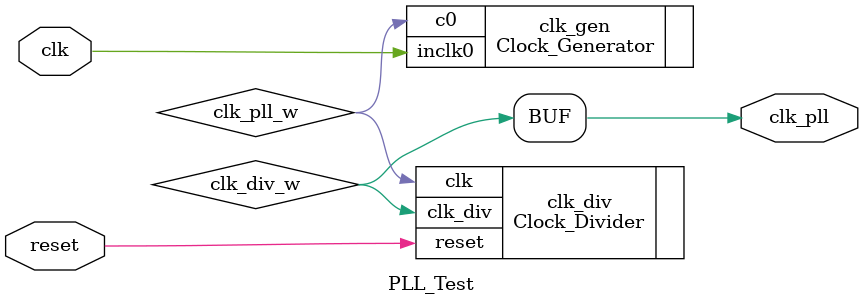
<source format=v>
module PLL_Test
(
	input clk,
	input reset,
	
	output clk_pll
	
);

wire clk_pll_w;
wire clk_div_w;

Clock_Generator	
clk_gen
(
	.inclk0 ( clk ),
	.c0 ( clk_pll_w )
	
);

Clock_Divider
clk_div
(
		.clk(clk_pll_w ),
		.reset(reset),
		
		.clk_div(clk_div_w)
);
assign clk_pll = clk_div_w;

endmodule
</source>
